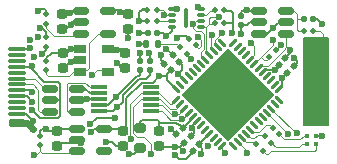
<source format=gbr>
%TF.GenerationSoftware,KiCad,Pcbnew,(6.0.4)*%
%TF.CreationDate,2022-11-14T12:59:58+01:00*%
%TF.ProjectId,tk1,746b312e-6b69-4636-9164-5f7063625858,rev?*%
%TF.SameCoordinates,Original*%
%TF.FileFunction,Copper,L1,Top*%
%TF.FilePolarity,Positive*%
%FSLAX46Y46*%
G04 Gerber Fmt 4.6, Leading zero omitted, Abs format (unit mm)*
G04 Created by KiCad (PCBNEW (6.0.4)) date 2022-11-14 12:59:58*
%MOMM*%
%LPD*%
G01*
G04 APERTURE LIST*
G04 Aperture macros list*
%AMRoundRect*
0 Rectangle with rounded corners*
0 $1 Rounding radius*
0 $2 $3 $4 $5 $6 $7 $8 $9 X,Y pos of 4 corners*
0 Add a 4 corners polygon primitive as box body*
4,1,4,$2,$3,$4,$5,$6,$7,$8,$9,$2,$3,0*
0 Add four circle primitives for the rounded corners*
1,1,$1+$1,$2,$3*
1,1,$1+$1,$4,$5*
1,1,$1+$1,$6,$7*
1,1,$1+$1,$8,$9*
0 Add four rect primitives between the rounded corners*
20,1,$1+$1,$2,$3,$4,$5,0*
20,1,$1+$1,$4,$5,$6,$7,0*
20,1,$1+$1,$6,$7,$8,$9,0*
20,1,$1+$1,$8,$9,$2,$3,0*%
%AMRotRect*
0 Rectangle, with rotation*
0 The origin of the aperture is its center*
0 $1 length*
0 $2 width*
0 $3 Rotation angle, in degrees counterclockwise*
0 Add horizontal line*
21,1,$1,$2,0,0,$3*%
G04 Aperture macros list end*
%TA.AperFunction,SMDPad,CuDef*%
%ADD10RoundRect,0.129500X0.129500X-0.150500X0.129500X0.150500X-0.129500X0.150500X-0.129500X-0.150500X0*%
%TD*%
%TA.AperFunction,SMDPad,CuDef*%
%ADD11RoundRect,0.129500X-0.014849X-0.197990X0.197990X0.014849X0.014849X0.197990X-0.197990X-0.014849X0*%
%TD*%
%TA.AperFunction,SMDPad,CuDef*%
%ADD12RoundRect,0.129500X0.014849X0.197990X-0.197990X-0.014849X-0.014849X-0.197990X0.197990X0.014849X0*%
%TD*%
%TA.AperFunction,SMDPad,CuDef*%
%ADD13RoundRect,0.129500X0.197990X-0.014849X-0.014849X0.197990X-0.197990X0.014849X0.014849X-0.197990X0*%
%TD*%
%TA.AperFunction,SMDPad,CuDef*%
%ADD14RoundRect,0.147500X0.147500X0.172500X-0.147500X0.172500X-0.147500X-0.172500X0.147500X-0.172500X0*%
%TD*%
%TA.AperFunction,SMDPad,CuDef*%
%ADD15R,0.450000X0.450000*%
%TD*%
%TA.AperFunction,SMDPad,CuDef*%
%ADD16RoundRect,0.112500X-0.112500X0.112500X-0.112500X-0.112500X0.112500X-0.112500X0.112500X0.112500X0*%
%TD*%
%TA.AperFunction,SMDPad,CuDef*%
%ADD17RoundRect,0.112500X-0.159099X0.000000X0.000000X-0.159099X0.159099X0.000000X0.000000X0.159099X0*%
%TD*%
%TA.AperFunction,SMDPad,CuDef*%
%ADD18RoundRect,0.112500X0.000000X0.159099X-0.159099X0.000000X0.000000X-0.159099X0.159099X0.000000X0*%
%TD*%
%TA.AperFunction,SMDPad,CuDef*%
%ADD19RoundRect,0.150000X0.512500X0.150000X-0.512500X0.150000X-0.512500X-0.150000X0.512500X-0.150000X0*%
%TD*%
%TA.AperFunction,SMDPad,CuDef*%
%ADD20RoundRect,0.062500X0.220971X0.309359X-0.309359X-0.220971X-0.220971X-0.309359X0.309359X0.220971X0*%
%TD*%
%TA.AperFunction,SMDPad,CuDef*%
%ADD21RoundRect,0.062500X-0.220971X0.309359X-0.309359X0.220971X0.220971X-0.309359X0.309359X-0.220971X0*%
%TD*%
%TA.AperFunction,SMDPad,CuDef*%
%ADD22RotRect,5.600000X5.600000X225.000000*%
%TD*%
%TA.AperFunction,SMDPad,CuDef*%
%ADD23RoundRect,0.200000X-0.225000X0.200000X-0.225000X-0.200000X0.225000X-0.200000X0.225000X0.200000X0*%
%TD*%
%TA.AperFunction,SMDPad,CuDef*%
%ADD24RoundRect,0.200000X-0.275000X0.200000X-0.275000X-0.200000X0.275000X-0.200000X0.275000X0.200000X0*%
%TD*%
%TA.AperFunction,SMDPad,CuDef*%
%ADD25RoundRect,0.112500X0.112500X-0.112500X0.112500X0.112500X-0.112500X0.112500X-0.112500X-0.112500X0*%
%TD*%
%TA.AperFunction,SMDPad,CuDef*%
%ADD26RoundRect,0.150000X-0.512500X-0.150000X0.512500X-0.150000X0.512500X0.150000X-0.512500X0.150000X0*%
%TD*%
%TA.AperFunction,SMDPad,CuDef*%
%ADD27R,1.000000X0.700000*%
%TD*%
%TA.AperFunction,SMDPad,CuDef*%
%ADD28RoundRect,0.112500X0.112500X0.112500X-0.112500X0.112500X-0.112500X-0.112500X0.112500X-0.112500X0*%
%TD*%
%TA.AperFunction,SMDPad,CuDef*%
%ADD29RoundRect,0.129500X0.150500X0.129500X-0.150500X0.129500X-0.150500X-0.129500X0.150500X-0.129500X0*%
%TD*%
%TA.AperFunction,SMDPad,CuDef*%
%ADD30R,1.400000X0.300000*%
%TD*%
%TA.AperFunction,SMDPad,CuDef*%
%ADD31RoundRect,0.112500X-0.112500X-0.112500X0.112500X-0.112500X0.112500X0.112500X-0.112500X0.112500X0*%
%TD*%
%TA.AperFunction,SMDPad,CuDef*%
%ADD32RoundRect,0.075000X0.225000X0.075000X-0.225000X0.075000X-0.225000X-0.075000X0.225000X-0.075000X0*%
%TD*%
%TA.AperFunction,SMDPad,CuDef*%
%ADD33RoundRect,0.075000X-0.075000X-0.775000X0.075000X-0.775000X0.075000X0.775000X-0.075000X0.775000X0*%
%TD*%
%TA.AperFunction,SMDPad,CuDef*%
%ADD34RoundRect,0.129500X-0.150500X-0.129500X0.150500X-0.129500X0.150500X0.129500X-0.150500X0.129500X0*%
%TD*%
%TA.AperFunction,SMDPad,CuDef*%
%ADD35RoundRect,0.250000X0.650000X-0.325000X0.650000X0.325000X-0.650000X0.325000X-0.650000X-0.325000X0*%
%TD*%
%TA.AperFunction,SMDPad,CuDef*%
%ADD36RoundRect,0.075000X0.675000X0.075000X-0.675000X0.075000X-0.675000X-0.075000X0.675000X-0.075000X0*%
%TD*%
%TA.AperFunction,SMDPad,CuDef*%
%ADD37RoundRect,0.175000X0.525000X0.175000X-0.525000X0.175000X-0.525000X-0.175000X0.525000X-0.175000X0*%
%TD*%
%TA.AperFunction,ViaPad*%
%ADD38C,0.600000*%
%TD*%
%TA.AperFunction,Conductor*%
%ADD39C,0.200000*%
%TD*%
%TA.AperFunction,Conductor*%
%ADD40C,0.600000*%
%TD*%
%TA.AperFunction,Conductor*%
%ADD41C,0.125000*%
%TD*%
G04 APERTURE END LIST*
D10*
%TO.P,C7,1*%
%TO.N,+3V3*%
X111450000Y-93040000D03*
%TO.P,C7,2*%
%TO.N,GND*%
X111450000Y-92260000D03*
%TD*%
%TO.P,C13,1*%
%TO.N,+3V3*%
X112350000Y-93040000D03*
%TO.P,C13,2*%
%TO.N,GND*%
X112350000Y-92260000D03*
%TD*%
D11*
%TO.P,C16,1*%
%TO.N,+1V2*%
X123224228Y-92575772D03*
%TO.P,C16,2*%
%TO.N,GND*%
X123775772Y-92024228D03*
%TD*%
D12*
%TO.P,C17,1*%
%TO.N,/Application FPGA/APP_+1.2_PLL*%
X115075772Y-97924228D03*
%TO.P,C17,2*%
%TO.N,GND*%
X114524228Y-98475772D03*
%TD*%
D13*
%TO.P,C18,1*%
%TO.N,+2V5*%
X114075772Y-93025772D03*
%TO.P,C18,2*%
%TO.N,GND*%
X113524228Y-92474228D03*
%TD*%
D11*
%TO.P,C19,1*%
%TO.N,+3V3*%
X123924228Y-93275772D03*
%TO.P,C19,2*%
%TO.N,GND*%
X124475772Y-92724228D03*
%TD*%
D12*
%TO.P,C20,1*%
%TO.N,+1V2*%
X115775772Y-98624228D03*
%TO.P,C20,2*%
%TO.N,GND*%
X115224228Y-99175772D03*
%TD*%
%TO.P,C21,1*%
%TO.N,+3V3*%
X116475772Y-99324228D03*
%TO.P,C21,2*%
%TO.N,GND*%
X115924228Y-99875772D03*
%TD*%
D14*
%TO.P,D1,1,K*%
%TO.N,Net-(D1-Pad1)*%
X112985000Y-90850000D03*
%TO.P,D1,2,A*%
%TO.N,+2V5*%
X112015000Y-90850000D03*
%TD*%
D15*
%TO.P,D3,1,A*%
%TO.N,+3V3*%
X126380000Y-98570000D03*
%TO.P,D3,2,RK*%
%TO.N,Net-(D3-Pad2)*%
X126380000Y-99330000D03*
%TO.P,D3,3,GK*%
%TO.N,Net-(D3-Pad3)*%
X125620000Y-99330000D03*
%TO.P,D3,4,BK*%
%TO.N,Net-(D3-Pad4)*%
X125620000Y-98570000D03*
%TD*%
D16*
%TO.P,R1,1*%
%TO.N,+5V*%
X103550000Y-88300000D03*
%TO.P,R1,2*%
%TO.N,Net-(R1-Pad2)*%
X103550000Y-89100000D03*
%TD*%
%TO.P,R2,1*%
%TO.N,+5V*%
X103550000Y-92250000D03*
%TO.P,R2,2*%
%TO.N,VCC_OK*%
X103550000Y-93050000D03*
%TD*%
D17*
%TO.P,R16,1*%
%TO.N,APP_LED_RED*%
X121317157Y-99317157D03*
%TO.P,R16,2*%
%TO.N,Net-(D3-Pad2)*%
X121882843Y-99882843D03*
%TD*%
%TO.P,R17,1*%
%TO.N,APP_LED_GREEN*%
X122017157Y-98617157D03*
%TO.P,R17,2*%
%TO.N,Net-(D3-Pad3)*%
X122582843Y-99182843D03*
%TD*%
%TO.P,R18,1*%
%TO.N,APP_LED_BLUE*%
X122717157Y-97917157D03*
%TO.P,R18,2*%
%TO.N,Net-(D3-Pad4)*%
X123282843Y-98482843D03*
%TD*%
D18*
%TO.P,R19,1*%
%TO.N,+3V3*%
X122982843Y-91367157D03*
%TO.P,R19,2*%
%TO.N,APP_CDONE*%
X122417157Y-91932843D03*
%TD*%
D19*
%TO.P,U5,1,I/O1*%
%TO.N,INT_USB_D+*%
X106137500Y-96550000D03*
%TO.P,U5,2,GND*%
%TO.N,GND*%
X106137500Y-95600000D03*
%TO.P,U5,3,I/O2*%
%TO.N,INT_USB_D-*%
X106137500Y-94650000D03*
%TO.P,U5,4,I/O2*%
%TO.N,/USB to Serial converter/INT_USB_IN_D-*%
X103862500Y-94650000D03*
%TO.P,U5,5,VBUS*%
%TO.N,+5V*%
X103862500Y-95600000D03*
%TO.P,U5,6,I/O1*%
%TO.N,/USB to Serial converter/INT_USB_IN_D+*%
X103862500Y-96550000D03*
%TD*%
D20*
%TO.P,U6,1,VCCIO_2*%
%TO.N,+3V3*%
X123275223Y-94613864D03*
%TO.P,U6,2,IOB_6a*%
%TO.N,unconnected-(U6-Pad2)*%
X122921670Y-94260311D03*
%TO.P,U6,3,IOB_9b*%
%TO.N,unconnected-(U6-Pad3)*%
X122568116Y-93906757D03*
%TO.P,U6,4,IOB_8a*%
%TO.N,unconnected-(U6-Pad4)*%
X122214563Y-93553204D03*
%TO.P,U6,5,VCC*%
%TO.N,+1V2*%
X121861010Y-93199651D03*
%TO.P,U6,6,IOB_13b*%
%TO.N,TOUCH_EVENT*%
X121507456Y-92846097D03*
%TO.P,U6,7,CDONE*%
%TO.N,APP_CDONE*%
X121153903Y-92492544D03*
%TO.P,U6,8,~{CRESET}*%
%TO.N,APP_CRESET*%
X120800349Y-92138990D03*
%TO.P,U6,9,IOB_16a*%
%TO.N,unconnected-(U6-Pad9)*%
X120446796Y-91785437D03*
%TO.P,U6,10,IOB_18a*%
%TO.N,unconnected-(U6-Pad10)*%
X120093243Y-91431884D03*
%TO.P,U6,11,IOB_20a*%
%TO.N,unconnected-(U6-Pad11)*%
X119739689Y-91078330D03*
%TO.P,U6,12,IOB_22b*%
%TO.N,unconnected-(U6-Pad12)*%
X119386136Y-90724777D03*
D21*
%TO.P,U6,13,IOB_24a*%
%TO.N,unconnected-(U6-Pad13)*%
X118413864Y-90724777D03*
%TO.P,U6,14,IOB_32a_SPI_SO*%
%TO.N,APP_ICE_MISO*%
X118060311Y-91078330D03*
%TO.P,U6,15,IOB_34a_SPI_SCK*%
%TO.N,APP_ICE_SCK*%
X117706757Y-91431884D03*
%TO.P,U6,16,IOB_35b_SPI_SS*%
%TO.N,APP_ICE_SS*%
X117353204Y-91785437D03*
%TO.P,U6,17,IOB_33b_SPI_SI*%
%TO.N,APP_ICE_MOSI*%
X116999651Y-92138990D03*
%TO.P,U6,18,IOB_31b*%
%TO.N,unconnected-(U6-Pad18)*%
X116646097Y-92492544D03*
%TO.P,U6,19,IOB_29b*%
%TO.N,unconnected-(U6-Pad19)*%
X116292544Y-92846097D03*
%TO.P,U6,20,IOB_25b_G3*%
%TO.N,unconnected-(U6-Pad20)*%
X115938990Y-93199651D03*
%TO.P,U6,21,IOB_23b*%
%TO.N,unconnected-(U6-Pad21)*%
X115585437Y-93553204D03*
%TO.P,U6,22,SPI_VCCIO1*%
%TO.N,+3V3*%
X115231884Y-93906757D03*
%TO.P,U6,23,IOT_37a*%
%TO.N,unconnected-(U6-Pad23)*%
X114878330Y-94260311D03*
%TO.P,U6,24,VPP_2V5*%
%TO.N,+2V5*%
X114524777Y-94613864D03*
D20*
%TO.P,U6,25,IOT_36b*%
%TO.N,INTERFACE_TX*%
X114524777Y-95586136D03*
%TO.P,U6,26,IOT_39a*%
%TO.N,INTERFACE_RX*%
X114878330Y-95939689D03*
%TO.P,U6,27,IOT_38b*%
%TO.N,INTERFACE_CTS*%
X115231884Y-96293243D03*
%TO.P,U6,28,IOT_41a*%
%TO.N,INTERFACE_RTS*%
X115585437Y-96646796D03*
%TO.P,U6,29,VCCPLL*%
%TO.N,/Application FPGA/APP_+1.2_PLL*%
X115938990Y-97000349D03*
%TO.P,U6,30,VCC*%
%TO.N,+1V2*%
X116292544Y-97353903D03*
%TO.P,U6,31,IOT_42b*%
%TO.N,unconnected-(U6-Pad31)*%
X116646097Y-97707456D03*
%TO.P,U6,32,IOT_43a*%
%TO.N,unconnected-(U6-Pad32)*%
X116999651Y-98061010D03*
%TO.P,U6,33,VCCIO_0*%
%TO.N,+3V3*%
X117353204Y-98414563D03*
%TO.P,U6,34,IOT_44b*%
%TO.N,unconnected-(U6-Pad34)*%
X117706757Y-98768116D03*
%TO.P,U6,35,IOT_46b_G0*%
%TO.N,unconnected-(U6-Pad35)*%
X118060311Y-99121670D03*
%TO.P,U6,36,IOT_48b*%
%TO.N,APP_GPIO1*%
X118413864Y-99475223D03*
D21*
%TO.P,U6,37,IOT_45a_G1*%
%TO.N,unconnected-(U6-Pad37)*%
X119386136Y-99475223D03*
%TO.P,U6,38,IOT_50b*%
%TO.N,APP_GPIO2*%
X119739689Y-99121670D03*
%TO.P,U6,39,RGB0*%
%TO.N,APP_LED_RED*%
X120093243Y-98768116D03*
%TO.P,U6,40,RGB1*%
%TO.N,APP_LED_GREEN*%
X120446796Y-98414563D03*
%TO.P,U6,41,RGB2*%
%TO.N,APP_LED_BLUE*%
X120800349Y-98061010D03*
%TO.P,U6,42,IOT_51a*%
%TO.N,unconnected-(U6-Pad42)*%
X121153903Y-97707456D03*
%TO.P,U6,43,IOT_49a*%
%TO.N,unconnected-(U6-Pad43)*%
X121507456Y-97353903D03*
%TO.P,U6,44,IOB_3b_G6*%
%TO.N,unconnected-(U6-Pad44)*%
X121861010Y-97000349D03*
%TO.P,U6,45,IOB_5b*%
%TO.N,APP_GPIO3*%
X122214563Y-96646796D03*
%TO.P,U6,46,IOB_0a*%
%TO.N,APP_GPIO4*%
X122568116Y-96293243D03*
%TO.P,U6,47,IOB_2a*%
%TO.N,unconnected-(U6-Pad47)*%
X122921670Y-95939689D03*
%TO.P,U6,48,IOB_4a*%
%TO.N,unconnected-(U6-Pad48)*%
X123275223Y-95586136D03*
D22*
%TO.P,U6,49,GND*%
%TO.N,GND*%
X118900000Y-95100000D03*
%TD*%
D23*
%TO.P,C6,1*%
%TO.N,+5V*%
X104943750Y-91550000D03*
%TO.P,C6,2*%
%TO.N,GND*%
X104943750Y-92850000D03*
%TD*%
%TO.P,C25,1*%
%TO.N,/Application FPGA/APP_+1.2_PLL*%
X113050000Y-98150000D03*
%TO.P,C25,2*%
%TO.N,GND*%
X113050000Y-99450000D03*
%TD*%
D24*
%TO.P,FB3,1*%
%TO.N,/Application FPGA/APP_+1.2_PLL*%
X111500000Y-97975000D03*
%TO.P,FB3,2*%
%TO.N,+1V2*%
X111500000Y-99625000D03*
%TD*%
D16*
%TO.P,R22,1*%
%TO.N,+5V*%
X103000000Y-98600000D03*
%TO.P,R22,2*%
%TO.N,SPI_VCC_OK*%
X103000000Y-99400000D03*
%TD*%
D25*
%TO.P,R29,1*%
%TO.N,Net-(P1-PadA5)*%
X103550000Y-91050000D03*
%TO.P,R29,2*%
%TO.N,GND*%
X103550000Y-90250000D03*
%TD*%
D17*
%TO.P,R20,1*%
%TO.N,+3V3*%
X115617157Y-90367157D03*
%TO.P,R20,2*%
%TO.N,APP_CRESET*%
X116182843Y-90932843D03*
%TD*%
D23*
%TO.P,C1,1*%
%TO.N,+5V*%
X104843750Y-88250000D03*
%TO.P,C1,2*%
%TO.N,GND*%
X104843750Y-89550000D03*
%TD*%
%TO.P,C5,1*%
%TO.N,+1V2*%
X110450000Y-88250000D03*
%TO.P,C5,2*%
%TO.N,GND*%
X110450000Y-89550000D03*
%TD*%
D26*
%TO.P,U2,1,Vin*%
%TO.N,+5V*%
X106506250Y-88050000D03*
%TO.P,U2,2,GND*%
%TO.N,GND*%
X106506250Y-89000000D03*
%TO.P,U2,3,EN*%
%TO.N,Net-(R1-Pad2)*%
X106506250Y-89950000D03*
%TO.P,U2,4,PG*%
%TO.N,VCC_OK*%
X108781250Y-89950000D03*
%TO.P,U2,5,Vout*%
%TO.N,+1V2*%
X108781250Y-88050000D03*
%TD*%
D23*
%TO.P,C4,1*%
%TO.N,+2V5*%
X110000000Y-98150000D03*
%TO.P,C4,2*%
%TO.N,GND*%
X110000000Y-99450000D03*
%TD*%
%TO.P,C2,1*%
%TO.N,+5V*%
X104450000Y-98150000D03*
%TO.P,C2,2*%
%TO.N,GND*%
X104450000Y-99450000D03*
%TD*%
D26*
%TO.P,U1,1,Vin*%
%TO.N,+5V*%
X106112500Y-98000000D03*
%TO.P,U1,2,GND*%
%TO.N,GND*%
X106112500Y-98950000D03*
%TO.P,U1,3,/SHDN*%
%TO.N,SPI_VCC_OK*%
X106112500Y-99900000D03*
%TO.P,U1,4,PWRGD*%
%TO.N,unconnected-(U1-Pad4)*%
X108387500Y-99900000D03*
%TO.P,U1,5,Vout*%
%TO.N,+2V5*%
X108387500Y-98000000D03*
%TD*%
D23*
%TO.P,C3,1*%
%TO.N,+3V3*%
X110243750Y-91550000D03*
%TO.P,C3,2*%
%TO.N,GND*%
X110243750Y-92850000D03*
%TD*%
D17*
%TO.P,R3,1*%
%TO.N,Net-(D1-Pad1)*%
X114867157Y-91067157D03*
%TO.P,R3,2*%
%TO.N,GND*%
X115432843Y-91632843D03*
%TD*%
D13*
%TO.P,C22,1*%
%TO.N,+3V3*%
X114775772Y-92325772D03*
%TO.P,C22,2*%
%TO.N,GND*%
X114224228Y-91774228D03*
%TD*%
D27*
%TO.P,U9,1,IN*%
%TO.N,+5V*%
X106393750Y-91250000D03*
%TO.P,U9,2,GND*%
%TO.N,GND*%
X106393750Y-92200000D03*
%TO.P,U9,3,EN*%
%TO.N,VCC_OK*%
X106393750Y-93150000D03*
%TO.P,U9,4,PG*%
%TO.N,SPI_VCC_OK*%
X108793750Y-93150000D03*
%TO.P,U9,5,OUT*%
%TO.N,+3V3*%
X108793750Y-91250000D03*
%TD*%
D28*
%TO.P,R25,1*%
%TO.N,+3V3*%
X118600000Y-87950000D03*
%TO.P,R25,2*%
%TO.N,/Application FPGA/APP_FLASH_WP*%
X117800000Y-87950000D03*
%TD*%
D29*
%TO.P,C23,1*%
%TO.N,+3V3*%
X112890000Y-89850000D03*
%TO.P,C23,2*%
%TO.N,GND*%
X112110000Y-89850000D03*
%TD*%
D30*
%TO.P,U3,1,RTS(P1.4)*%
%TO.N,INTERFACE_RTS*%
X112400000Y-96500000D03*
%TO.P,U3,2,CTS(P1.5)*%
%TO.N,INTERFACE_CTS*%
X112400000Y-96000000D03*
%TO.P,U3,3,RX(PP1.6)*%
%TO.N,INTERFACE_RX*%
X112400000Y-95500000D03*
%TO.P,U3,4,TX(P1.7)*%
%TO.N,INTERFACE_TX*%
X112400000Y-95000000D03*
%TO.P,U3,5,RST*%
%TO.N,unconnected-(U3-Pad5)*%
X112400000Y-94500000D03*
%TO.P,U3,6,UDP(P3.6)*%
%TO.N,INT_USB_D+*%
X108000000Y-94500000D03*
%TO.P,U3,7,UDM(P3.7)*%
%TO.N,INT_USB_D-*%
X108000000Y-95000000D03*
%TO.P,U3,8,GND*%
%TO.N,GND*%
X108000000Y-95500000D03*
%TO.P,U3,9,VCC*%
%TO.N,+3V3*%
X108000000Y-96000000D03*
%TO.P,U3,10,V33*%
X108000000Y-96500000D03*
%TD*%
D10*
%TO.P,C26,1*%
%TO.N,+3V3*%
X120050000Y-89240000D03*
%TO.P,C26,2*%
%TO.N,GND*%
X120050000Y-88460000D03*
%TD*%
D28*
%TO.P,R23,1*%
%TO.N,+3V3*%
X118600000Y-89050000D03*
%TO.P,R23,2*%
%TO.N,APP_ICE_SS*%
X117800000Y-89050000D03*
%TD*%
D31*
%TO.P,R26,1*%
%TO.N,+3V3*%
X112100000Y-88900000D03*
%TO.P,R26,2*%
%TO.N,/Application FPGA/APP_FLASH_HOLD*%
X112900000Y-88900000D03*
%TD*%
D19*
%TO.P,U10,1,QC*%
%TO.N,TOUCH_EVENT*%
X123837500Y-89950000D03*
%TO.P,U10,2,VSS*%
%TO.N,GND*%
X123837500Y-89000000D03*
%TO.P,U10,3,TCH*%
%TO.N,Net-(C27-Pad1)*%
X123837500Y-88050000D03*
%TO.P,U10,4,AHLB*%
%TO.N,GND*%
X121562500Y-88050000D03*
%TO.P,U10,5,VDD*%
%TO.N,+3V3*%
X121562500Y-89000000D03*
%TO.P,U10,6,TOG*%
%TO.N,GND*%
X121562500Y-89950000D03*
%TD*%
D32*
%TO.P,U8,1,~{CS}*%
%TO.N,APP_ICE_SS*%
X116650000Y-89350000D03*
%TO.P,U8,2,DO(IO1)*%
%TO.N,APP_ICE_MOSI*%
X116650000Y-88850000D03*
%TO.P,U8,3,IO2*%
%TO.N,/Application FPGA/APP_FLASH_WP*%
X116650000Y-88350000D03*
%TO.P,U8,4,GND*%
%TO.N,GND*%
X116650000Y-87850000D03*
%TO.P,U8,5,DI(IO0)*%
%TO.N,APP_ICE_MISO*%
X114150000Y-87850000D03*
%TO.P,U8,6,CLK*%
%TO.N,APP_ICE_SCK*%
X114150000Y-88350000D03*
%TO.P,U8,7,IO3*%
%TO.N,/Application FPGA/APP_FLASH_HOLD*%
X114150000Y-88850000D03*
%TO.P,U8,8,VCC*%
%TO.N,+3V3*%
X114150000Y-89350000D03*
D33*
%TO.P,U8,9,EXP*%
%TO.N,unconnected-(U8-Pad9)*%
X115400000Y-88600000D03*
%TD*%
D31*
%TO.P,R30,1*%
%TO.N,Net-(C27-Pad1)*%
X125350000Y-89700000D03*
%TO.P,R30,2*%
%TO.N,/Application FPGA/TOUCH_PAD*%
X126150000Y-89700000D03*
%TD*%
D34*
%TO.P,C27,1*%
%TO.N,Net-(C27-Pad1)*%
X125360000Y-88700000D03*
%TO.P,C27,2*%
%TO.N,GND*%
X126140000Y-88700000D03*
%TD*%
D35*
%TO.P,C8,1*%
%TO.N,/Application FPGA/TOUCH_PAD*%
X126200000Y-95475000D03*
%TO.P,C8,2*%
X126200000Y-92525000D03*
%TD*%
D36*
%TO.P,P1,A1,GND*%
%TO.N,GND*%
X101050000Y-96750000D03*
%TO.P,P1,A2,TX1+*%
%TO.N,unconnected-(P1-PadA2)*%
X101050000Y-96250000D03*
%TO.P,P1,A3,TX1-*%
%TO.N,unconnected-(P1-PadA3)*%
X101050000Y-95750000D03*
%TO.P,P1,A4,VBUS*%
%TO.N,+5V*%
X101050000Y-95250000D03*
%TO.P,P1,A5,CC*%
%TO.N,Net-(P1-PadA5)*%
X101050000Y-94750000D03*
%TO.P,P1,A6,D+*%
%TO.N,/USB to Serial converter/INT_USB_IN_D+*%
X101050000Y-94250000D03*
%TO.P,P1,A7,D-*%
%TO.N,/USB to Serial converter/INT_USB_IN_D-*%
X101050000Y-93750000D03*
%TO.P,P1,A8,SBU1*%
%TO.N,unconnected-(P1-PadA8)*%
X101050000Y-93250000D03*
%TO.P,P1,A9,VBUS*%
%TO.N,+5V*%
X101050000Y-92750000D03*
%TO.P,P1,A10,RX2-*%
%TO.N,unconnected-(P1-PadA10)*%
X101050000Y-92250000D03*
%TO.P,P1,A11,RX2+*%
%TO.N,unconnected-(P1-PadA11)*%
X101050000Y-91750000D03*
%TO.P,P1,A12,GND*%
%TO.N,GND*%
X101050000Y-91250000D03*
D37*
%TO.P,P1,S1,SHIELD*%
X101100000Y-97500000D03*
%TD*%
D31*
%TO.P,R24,1*%
%TO.N,+3V3*%
X112100000Y-87950000D03*
%TO.P,R24,2*%
%TO.N,APP_ICE_SCK*%
X112900000Y-87950000D03*
%TD*%
D38*
%TO.N,GND*%
X113700000Y-91262489D03*
X126850000Y-89100000D03*
X109499292Y-92457430D03*
X105643750Y-92350000D03*
X114400000Y-100200000D03*
X102200000Y-90500000D03*
X107017510Y-95517510D03*
X112200000Y-91600000D03*
X117900000Y-96100000D03*
X116900000Y-95100000D03*
X114080000Y-98030000D03*
X110450000Y-90350000D03*
X116345293Y-87690236D03*
X119850000Y-94100000D03*
X118900000Y-93100000D03*
X102800000Y-90200000D03*
X102987526Y-89456771D03*
X124200000Y-91350000D03*
X102200000Y-91150000D03*
X111450000Y-91600000D03*
X113250000Y-91750000D03*
X114400000Y-99524500D03*
X117900000Y-94100000D03*
X105593750Y-89200000D03*
X118900000Y-95100000D03*
X122700000Y-89500000D03*
X108600500Y-99100000D03*
X106500000Y-99200000D03*
X120500000Y-87950000D03*
X119850000Y-96100000D03*
X102400000Y-98000000D03*
X102400000Y-97350000D03*
X124500000Y-92000000D03*
X120900000Y-95100000D03*
X111400000Y-89850000D03*
X115800000Y-92050000D03*
X118850000Y-97100000D03*
%TO.N,+5V*%
X105543750Y-88200000D03*
X105593750Y-91250000D03*
X102500000Y-91950000D03*
X103500000Y-98000000D03*
X102300000Y-92650000D03*
X102350000Y-95700000D03*
X102800000Y-88050000D03*
X102350000Y-96450000D03*
%TO.N,+3V3*%
X114700000Y-93400000D03*
X123371981Y-90871981D03*
X111400000Y-88850000D03*
X119300000Y-89900000D03*
X107256692Y-97601839D03*
X123522528Y-93677472D03*
X116610383Y-100162874D03*
X109550000Y-96150000D03*
X114599988Y-90338489D03*
X109543750Y-91350000D03*
X109350000Y-97050000D03*
X109400000Y-95350000D03*
X120050000Y-90000000D03*
X126850000Y-98600000D03*
X113700000Y-90150000D03*
%TO.N,+2V5*%
X111400000Y-90800000D03*
X113100000Y-93550000D03*
X107300000Y-98300000D03*
%TO.N,+1V2*%
X122900238Y-93064220D03*
X115875683Y-97957964D03*
X110518912Y-100172510D03*
X109750000Y-88100000D03*
%TO.N,APP_CDONE*%
X122750000Y-90450000D03*
%TO.N,APP_CRESET*%
X116400000Y-90250000D03*
X120896377Y-90771778D03*
%TO.N,APP_ICE_SCK*%
X113500000Y-88388000D03*
X117562000Y-90050000D03*
%TO.N,SPI_VCC_OK*%
X107400000Y-93450000D03*
X102463948Y-100180819D03*
%TO.N,INTERFACE_TX*%
X110707631Y-98894377D03*
%TO.N,Net-(P1-PadA5)*%
X102346800Y-94903200D03*
X103206258Y-91637342D03*
%TO.N,APP_ICE_SS*%
X118183368Y-88496982D03*
%TO.N,APP_ICE_MOSI*%
X115986240Y-89094334D03*
%TO.N,APP_ICE_MISO*%
X118400000Y-89900000D03*
X114606642Y-87860883D03*
%TO.N,INTERFACE_RX*%
X112400000Y-100100000D03*
%TO.N,INTERFACE_RTS*%
X115001531Y-97152723D03*
X115142397Y-99910606D03*
%TO.N,INTERFACE_CTS*%
X117188553Y-99431165D03*
X114400000Y-96762000D03*
%TO.N,APP_GPIO1*%
X118700000Y-100050000D03*
%TO.N,APP_GPIO2*%
X120500000Y-100050000D03*
%TO.N,APP_GPIO3*%
X124000000Y-98400500D03*
%TO.N,APP_GPIO4*%
X124796800Y-98396800D03*
%TD*%
D39*
%TO.N,GND*%
X114400000Y-99524500D02*
X113124500Y-99524500D01*
X106137500Y-95600000D02*
X106935020Y-95600000D01*
X124750000Y-92250000D02*
X124750000Y-92450000D01*
D40*
X101900000Y-97500000D02*
X102400000Y-98000000D01*
D39*
X109891862Y-92850000D02*
X110243750Y-92850000D01*
X123150000Y-89050000D02*
X122700000Y-89500000D01*
X113524228Y-92474228D02*
X113250000Y-92200000D01*
X115174228Y-99175772D02*
X115224228Y-99175772D01*
X121562500Y-88050000D02*
X120600000Y-88050000D01*
X112350000Y-92260000D02*
X112350000Y-91750000D01*
X102400000Y-97350000D02*
X102400000Y-98000000D01*
X104950000Y-92750000D02*
X105150000Y-92750000D01*
X105150000Y-92750000D02*
X105650000Y-92250000D01*
X124750000Y-92450000D02*
X124475772Y-92724228D01*
X124500000Y-92000000D02*
X124750000Y-92250000D01*
X106312500Y-99200000D02*
X106112500Y-99000000D01*
X115432843Y-91632843D02*
X115432843Y-91682843D01*
X103550000Y-89820552D02*
X103287980Y-89558532D01*
X123837500Y-89050000D02*
X123150000Y-89050000D01*
X114400000Y-99524500D02*
X114825500Y-99524500D01*
X105700000Y-89000000D02*
X105250000Y-89450000D01*
X114825500Y-99524500D02*
X115174228Y-99175772D01*
X126450000Y-88700000D02*
X126850000Y-89100000D01*
X106506250Y-89000000D02*
X105793750Y-89000000D01*
X106500000Y-99200000D02*
X104700000Y-99200000D01*
D40*
X101100000Y-97500000D02*
X101900000Y-97500000D01*
D39*
X108000000Y-95450000D02*
X107085020Y-95450000D01*
X110450000Y-89550000D02*
X110450000Y-90350000D01*
X107085020Y-95450000D02*
X107017510Y-95517510D01*
X101800000Y-96750000D02*
X102400000Y-97350000D01*
X113712489Y-91262489D02*
X114224228Y-91774228D01*
X113700000Y-91262489D02*
X113712489Y-91262489D01*
X103287980Y-89537980D02*
X103206771Y-89456771D01*
X109450000Y-99450000D02*
X110000000Y-99450000D01*
X103287980Y-89558532D02*
X103287980Y-89537980D01*
X116345293Y-87690236D02*
X116490236Y-87690236D01*
X114400000Y-100200000D02*
X114749511Y-100549511D01*
X124200000Y-91600000D02*
X123775772Y-92024228D01*
X105250000Y-89450000D02*
X104850000Y-89450000D01*
X106935020Y-95600000D02*
X107017510Y-95517510D01*
X113250000Y-92200000D02*
X113250000Y-91750000D01*
X120050000Y-88460000D02*
X120050000Y-88500000D01*
X115432843Y-91682843D02*
X115800000Y-92050000D01*
X105800000Y-92100000D02*
X105650000Y-92250000D01*
X106506250Y-89000000D02*
X105700000Y-89000000D01*
X101050000Y-96750000D02*
X101800000Y-96750000D01*
X102100000Y-91250000D02*
X102200000Y-91150000D01*
X101050000Y-91250000D02*
X102100000Y-91250000D01*
X120600000Y-88050000D02*
X120500000Y-87950000D01*
X120250000Y-87950000D02*
X120500000Y-87950000D01*
X104700000Y-99200000D02*
X104450000Y-99450000D01*
X114080000Y-98030000D02*
X114524228Y-98474228D01*
X114524228Y-98474228D02*
X114524228Y-98475772D01*
X112350000Y-91750000D02*
X112200000Y-91600000D01*
X120050000Y-88150000D02*
X120250000Y-87950000D01*
X115356905Y-100549511D02*
X115924228Y-99982188D01*
X121562500Y-90000000D02*
X122200000Y-90000000D01*
X111450000Y-92260000D02*
X111450000Y-91600000D01*
X108600500Y-99100000D02*
X109100000Y-99100000D01*
X106400000Y-92100000D02*
X105800000Y-92100000D01*
X103206771Y-89456771D02*
X102987526Y-89456771D01*
X124200000Y-91350000D02*
X124200000Y-91600000D01*
X109100000Y-99100000D02*
X109450000Y-99450000D01*
X120050000Y-88500000D02*
X120050000Y-88150000D01*
X126140000Y-88700000D02*
X126450000Y-88700000D01*
X116490236Y-87690236D02*
X116650000Y-87850000D01*
X106500000Y-99200000D02*
X106312500Y-99200000D01*
X115924228Y-99982188D02*
X115924228Y-99875772D01*
X114749511Y-100549511D02*
X115356905Y-100549511D01*
X109499292Y-92457430D02*
X109891862Y-92850000D01*
X103550000Y-90250000D02*
X103550000Y-89820552D01*
X122200000Y-90000000D02*
X122700000Y-89500000D01*
X112110000Y-89850000D02*
X111400000Y-89850000D01*
%TO.N,+5V*%
X103200000Y-98000000D02*
X103000000Y-98200000D01*
X105500000Y-88150000D02*
X104850000Y-88150000D01*
X103550000Y-88000000D02*
X103550000Y-88300000D01*
X104524546Y-94000000D02*
X104724520Y-94199974D01*
X103450000Y-87900000D02*
X103550000Y-88000000D01*
X104500000Y-97100000D02*
X103000000Y-97100000D01*
X103862500Y-95600000D02*
X104700000Y-95600000D01*
X102950000Y-87900000D02*
X103450000Y-87900000D01*
X104700000Y-95600000D02*
X104724520Y-95575480D01*
X106062500Y-98000000D02*
X104600000Y-98000000D01*
X101050000Y-92750000D02*
X102200000Y-92750000D01*
X104724520Y-94199974D02*
X104724520Y-95575480D01*
X103350000Y-94000000D02*
X104524546Y-94000000D01*
X102200000Y-92750000D02*
X102300000Y-92650000D01*
X104600000Y-98000000D02*
X104450000Y-98150000D01*
X103500000Y-98000000D02*
X103200000Y-98000000D01*
X104943750Y-91550000D02*
X105293750Y-91550000D01*
X105600000Y-91150000D02*
X106400000Y-91150000D01*
X101900000Y-95250000D02*
X101050000Y-95250000D01*
X104000000Y-91550000D02*
X104850000Y-91550000D01*
X105693750Y-88050000D02*
X106506250Y-88050000D01*
X104724520Y-96875480D02*
X104500000Y-97100000D01*
X102800000Y-88050000D02*
X102950000Y-87900000D01*
X105293750Y-91550000D02*
X105593750Y-91250000D01*
X103000000Y-98200000D02*
X103000000Y-98600000D01*
X103550000Y-92250000D02*
X103550000Y-92000000D01*
X103550000Y-92000000D02*
X104000000Y-91550000D01*
X102300000Y-92950000D02*
X103350000Y-94000000D01*
X103500000Y-98000000D02*
X103650000Y-98150000D01*
X102350000Y-95700000D02*
X101900000Y-95250000D01*
X103650000Y-98150000D02*
X104450000Y-98150000D01*
X104724520Y-95575480D02*
X104724520Y-96875480D01*
X102300000Y-92650000D02*
X102300000Y-92950000D01*
X103000000Y-97100000D02*
X102350000Y-96450000D01*
X105550000Y-88100000D02*
X105500000Y-88150000D01*
%TO.N,+3V3*%
X109400000Y-95350000D02*
X111250000Y-93500000D01*
X116720000Y-100053257D02*
X116610383Y-100162874D01*
X110000480Y-95176912D02*
X111377394Y-93800000D01*
X108000000Y-96000000D02*
X108750000Y-96000000D01*
X112100000Y-88900000D02*
X111450000Y-88900000D01*
X107808531Y-97050000D02*
X107256692Y-97601839D01*
X115400000Y-90150000D02*
X115617157Y-90367157D01*
X123522528Y-93677472D02*
X123522528Y-94366559D01*
X119365412Y-89034588D02*
X119365412Y-88215412D01*
X113700000Y-90150000D02*
X114150000Y-89700000D01*
X118600000Y-89050000D02*
X119350000Y-89050000D01*
X123522528Y-94366559D02*
X123275223Y-94613864D01*
X111724554Y-93800969D02*
X111999031Y-93800969D01*
X114599988Y-90338489D02*
X114788477Y-90150000D01*
X111600000Y-87950000D02*
X111400000Y-88150000D01*
X115050000Y-92600000D02*
X115050000Y-93050000D01*
X117353204Y-98446796D02*
X116475772Y-99324228D01*
X111400000Y-93500000D02*
X111450000Y-93450000D01*
X123924228Y-93275772D02*
X123600000Y-93600000D01*
X122982843Y-91367157D02*
X123371981Y-90978019D01*
X119365412Y-88215412D02*
X119300000Y-88150000D01*
X123371981Y-90978019D02*
X123371981Y-90871981D01*
X111450000Y-88900000D02*
X111400000Y-88850000D01*
X119365412Y-89834588D02*
X119365412Y-89034588D01*
X118600000Y-88000000D02*
X119150000Y-88000000D01*
X109350000Y-97050000D02*
X107808531Y-97050000D01*
X111250000Y-93500000D02*
X111400000Y-93500000D01*
X114788477Y-90150000D02*
X115400000Y-90150000D01*
X109450000Y-91150000D02*
X108800000Y-91150000D01*
X111723585Y-93800000D02*
X111724554Y-93800969D01*
X115231884Y-93906757D02*
X115206757Y-93906757D01*
X110000480Y-95699520D02*
X110000480Y-95176912D01*
X116475772Y-99324228D02*
X116475772Y-99415772D01*
X120050000Y-89240000D02*
X120510000Y-89240000D01*
X116720000Y-99660000D02*
X116720000Y-100053257D01*
X120750000Y-89000000D02*
X121562500Y-89000000D01*
X123522528Y-93677472D02*
X123924228Y-93275772D01*
X112100000Y-87950000D02*
X111600000Y-87950000D01*
X119300000Y-89900000D02*
X119365412Y-89834588D01*
X109550000Y-91250000D02*
X110050000Y-91250000D01*
X111700000Y-87850000D02*
X111400000Y-88150000D01*
X114775772Y-92325772D02*
X115050000Y-92600000D01*
X111999031Y-93800969D02*
X112350000Y-93450000D01*
X110050000Y-91250000D02*
X110250000Y-91450000D01*
X112100000Y-87850000D02*
X111700000Y-87850000D01*
X119150000Y-88000000D02*
X119300000Y-88150000D01*
X113700000Y-90150000D02*
X113400000Y-89850000D01*
X109200000Y-96500000D02*
X109550000Y-96150000D01*
X114150000Y-89700000D02*
X114150000Y-89350000D01*
X109550000Y-96150000D02*
X110000480Y-95699520D01*
X111400000Y-88150000D02*
X111400000Y-88850000D01*
X111450000Y-93450000D02*
X111450000Y-93040000D01*
X120050000Y-89240000D02*
X120050000Y-90000000D01*
X111377394Y-93800000D02*
X111723585Y-93800000D01*
X117353204Y-98414563D02*
X117353204Y-98446796D01*
X109550000Y-91250000D02*
X109450000Y-91150000D01*
X126820000Y-98570000D02*
X126380000Y-98570000D01*
X108750000Y-96000000D02*
X109400000Y-95350000D01*
X116475772Y-99415772D02*
X116720000Y-99660000D01*
X113400000Y-89850000D02*
X112890000Y-89850000D01*
X109250000Y-96450000D02*
X109550000Y-96150000D01*
X115050000Y-93050000D02*
X114700000Y-93400000D01*
X112350000Y-93450000D02*
X112350000Y-93040000D01*
X119350000Y-89050000D02*
X119365412Y-89034588D01*
X126850000Y-98600000D02*
X126820000Y-98570000D01*
X120510000Y-89240000D02*
X120750000Y-89000000D01*
X108000000Y-96500000D02*
X109200000Y-96500000D01*
X115206757Y-93906757D02*
X114700000Y-93400000D01*
%TO.N,+2V5*%
X110300000Y-95400978D02*
X110300000Y-97850000D01*
X109850000Y-98000000D02*
X110000000Y-98150000D01*
X110300000Y-97850000D02*
X110000000Y-98150000D01*
X113750000Y-93550000D02*
X113100000Y-93550000D01*
X107600000Y-98000000D02*
X108387500Y-98000000D01*
X111600489Y-94100489D02*
X110300000Y-95400978D01*
X107300000Y-98300000D02*
X107600000Y-98000000D01*
X108387500Y-98000000D02*
X109850000Y-98000000D01*
X111450000Y-90850000D02*
X111400000Y-90800000D01*
X113750000Y-93839087D02*
X113750000Y-93351544D01*
X112549511Y-94100489D02*
X111600489Y-94100489D01*
X113750000Y-93351544D02*
X114075772Y-93025772D01*
X112015000Y-90850000D02*
X111450000Y-90850000D01*
X114524777Y-94613864D02*
X113750000Y-93839087D01*
X113100000Y-93550000D02*
X112549511Y-94100489D01*
%TO.N,+1V2*%
X123224228Y-92575772D02*
X123224228Y-92740230D01*
X115875683Y-97770764D02*
X116292544Y-97353903D01*
X122078836Y-92981825D02*
X122817843Y-92981825D01*
X116050000Y-98350000D02*
X116050000Y-98132281D01*
X115875683Y-97957964D02*
X115875683Y-97770764D01*
X122817843Y-92981825D02*
X122900238Y-93064220D01*
X110518912Y-100172510D02*
X110952490Y-100172510D01*
X109900000Y-88250000D02*
X109750000Y-88100000D01*
X116050000Y-98132281D02*
X115875683Y-97957964D01*
X123224228Y-92740230D02*
X122900238Y-93064220D01*
X110450000Y-88250000D02*
X109900000Y-88250000D01*
X109600000Y-87950000D02*
X109750000Y-88100000D01*
X108787500Y-87950000D02*
X109600000Y-87950000D01*
X121861010Y-93199651D02*
X122078836Y-92981825D01*
X115775772Y-98624228D02*
X116050000Y-98350000D01*
X110952490Y-100172510D02*
X111500000Y-99625000D01*
D41*
%TO.N,Net-(D3-Pad2)*%
X122600000Y-99850000D02*
X126250000Y-99850000D01*
X121882843Y-99882843D02*
X122100000Y-100100000D01*
X122100000Y-100100000D02*
X122350000Y-100100000D01*
X126250000Y-99850000D02*
X126380000Y-99720000D01*
X122350000Y-100100000D02*
X122600000Y-99850000D01*
X126380000Y-99720000D02*
X126380000Y-99330000D01*
%TO.N,Net-(D3-Pad4)*%
X125000000Y-98900000D02*
X125330000Y-98570000D01*
X123700000Y-98900000D02*
X125000000Y-98900000D01*
X123282843Y-98482843D02*
X123700000Y-98900000D01*
X125330000Y-98570000D02*
X125620000Y-98570000D01*
%TO.N,Net-(D3-Pad3)*%
X124950000Y-99550000D02*
X123150000Y-99550000D01*
X125620000Y-99330000D02*
X125170000Y-99330000D01*
X125170000Y-99330000D02*
X124950000Y-99550000D01*
X122582843Y-99182843D02*
X122950000Y-99550000D01*
X122950000Y-99550000D02*
X123150000Y-99550000D01*
%TO.N,/USB to Serial converter/INT_USB_IN_D+*%
X103000000Y-96550000D02*
X103862500Y-96550000D01*
X102850000Y-96400000D02*
X103000000Y-96550000D01*
X102400000Y-94250000D02*
X102850000Y-94700000D01*
X101050000Y-94250000D02*
X102400000Y-94250000D01*
X102850000Y-94700000D02*
X102850000Y-96400000D01*
%TO.N,APP_CDONE*%
X122200000Y-92150000D02*
X121950000Y-92150000D01*
X121723223Y-91923223D02*
X122750000Y-90896447D01*
X122417157Y-91932843D02*
X122200000Y-92150000D01*
X121950000Y-92150000D02*
X121723223Y-91923223D01*
X122750000Y-90896447D02*
X122750000Y-90450000D01*
X121153903Y-92492544D02*
X121723223Y-91923223D01*
%TO.N,APP_CRESET*%
X116400000Y-91150000D02*
X116500000Y-91150000D01*
X116500000Y-91150000D02*
X116637491Y-91012509D01*
X116182843Y-90932843D02*
X116400000Y-91150000D01*
X116637491Y-90487491D02*
X116400000Y-90250000D01*
X116637491Y-91012509D02*
X116637491Y-90487491D01*
X121150000Y-91789339D02*
X120800349Y-92138990D01*
X120896377Y-90771778D02*
X121150000Y-91025401D01*
X121150000Y-91025401D02*
X121150000Y-91789339D01*
%TO.N,APP_ICE_SCK*%
X117450000Y-91175127D02*
X117706757Y-91431884D01*
X113400000Y-87950000D02*
X113500000Y-88050000D01*
X117450000Y-90162000D02*
X117450000Y-91175127D01*
X117562000Y-90050000D02*
X117450000Y-90162000D01*
X113500000Y-88388000D02*
X113500000Y-88050000D01*
X112900000Y-87950000D02*
X113400000Y-87950000D01*
X113538000Y-88350000D02*
X114150000Y-88350000D01*
%TO.N,Net-(R1-Pad2)*%
X103550000Y-89450000D02*
X103550000Y-89100000D01*
X106506250Y-89950000D02*
X106344230Y-90112020D01*
X106344230Y-90112020D02*
X104212020Y-90112020D01*
X104212020Y-90112020D02*
X103550000Y-89450000D01*
%TO.N,VCC_OK*%
X106400000Y-93050000D02*
X106300000Y-93150000D01*
X105800000Y-93150000D02*
X105450000Y-93500000D01*
X107950000Y-89950000D02*
X107150000Y-90750000D01*
X106950000Y-93050000D02*
X106400000Y-93050000D01*
X105450000Y-93500000D02*
X103650000Y-93500000D01*
X107150000Y-92850000D02*
X106950000Y-93050000D01*
X108781250Y-89950000D02*
X107950000Y-89950000D01*
X107150000Y-90750000D02*
X107150000Y-92850000D01*
X103650000Y-93500000D02*
X103550000Y-93400000D01*
X106300000Y-93150000D02*
X105800000Y-93150000D01*
X103550000Y-93400000D02*
X103550000Y-93050000D01*
%TO.N,APP_LED_RED*%
X121317157Y-99317157D02*
X121100000Y-99100000D01*
X120425127Y-99100000D02*
X120093243Y-98768116D01*
X121100000Y-99100000D02*
X120425127Y-99100000D01*
%TO.N,APP_LED_GREEN*%
X120446796Y-98414563D02*
X120832233Y-98800000D01*
X121800000Y-98500000D02*
X121967157Y-98667157D01*
X120832233Y-98800000D02*
X121150000Y-98800000D01*
X121150000Y-98800000D02*
X121450000Y-98500000D01*
X121450000Y-98500000D02*
X121800000Y-98500000D01*
%TO.N,APP_LED_BLUE*%
X122450000Y-97650000D02*
X122717157Y-97917157D01*
X121508665Y-98241335D02*
X122100000Y-97650000D01*
X120800349Y-98061010D02*
X120980674Y-98241335D01*
X120980674Y-98241335D02*
X121508665Y-98241335D01*
X122100000Y-97650000D02*
X122450000Y-97650000D01*
%TO.N,SPI_VCC_OK*%
X107800000Y-93050000D02*
X108800000Y-93050000D01*
X102463948Y-100180819D02*
X102669181Y-100180819D01*
X106012980Y-100049520D02*
X106112500Y-99950000D01*
X107400000Y-93450000D02*
X107800000Y-93050000D01*
X103199520Y-100049520D02*
X106012980Y-100049520D01*
X103000000Y-99400000D02*
X103000000Y-99850000D01*
X103000000Y-99850000D02*
X103199520Y-100049520D01*
X102669181Y-100180819D02*
X103000000Y-99850000D01*
%TO.N,/USB to Serial converter/INT_USB_IN_D-*%
X103450000Y-94650000D02*
X102550000Y-93750000D01*
X101050000Y-93750000D02*
X102550000Y-93750000D01*
X103862500Y-94650000D02*
X103450000Y-94650000D01*
%TO.N,INT_USB_D+*%
X105350000Y-96550000D02*
X106137500Y-96550000D01*
X105250000Y-96450000D02*
X105350000Y-96550000D01*
X107200000Y-94500000D02*
X106800000Y-94100000D01*
X105400000Y-94100000D02*
X105250000Y-94250000D01*
X106800000Y-94100000D02*
X105400000Y-94100000D01*
X105250000Y-94250000D02*
X105250000Y-96450000D01*
X107950000Y-94500000D02*
X107200000Y-94500000D01*
D39*
%TO.N,INT_USB_D-*%
X107950000Y-95000000D02*
X107200000Y-95000000D01*
X106850000Y-94650000D02*
X106137500Y-94650000D01*
X107200000Y-95000000D02*
X106850000Y-94650000D01*
%TO.N,/Application FPGA/APP_+1.2_PLL*%
X114830000Y-97680000D02*
X114740000Y-97680000D01*
X111500000Y-97400000D02*
X111650000Y-97250000D01*
X111650000Y-97250000D02*
X112950000Y-97250000D01*
X113050000Y-97350000D02*
X113050000Y-97500000D01*
X112950000Y-97250000D02*
X113050000Y-97350000D01*
X111500000Y-97975000D02*
X111500000Y-97400000D01*
X114560000Y-97500000D02*
X113050000Y-97500000D01*
X115938990Y-97061010D02*
X115075772Y-97924228D01*
X115938990Y-97000349D02*
X115938990Y-97061010D01*
X115075772Y-97924228D02*
X115074228Y-97924228D01*
X114740000Y-97680000D02*
X114560000Y-97500000D01*
X115074228Y-97924228D02*
X114830000Y-97680000D01*
X113050000Y-97500000D02*
X113050000Y-98150000D01*
D41*
%TO.N,INTERFACE_TX*%
X110707631Y-98894377D02*
X110600000Y-98786746D01*
X110600000Y-98786746D02*
X110600000Y-95925000D01*
X111525000Y-95000000D02*
X112400000Y-95000000D01*
X110600000Y-95925000D02*
X111525000Y-95000000D01*
X113100000Y-95000000D02*
X114000000Y-95900000D01*
X114210913Y-95900000D02*
X114524777Y-95586136D01*
X114000000Y-95900000D02*
X114210913Y-95900000D01*
X112400000Y-95000000D02*
X113100000Y-95000000D01*
D39*
%TO.N,Net-(P1-PadA5)*%
X102193600Y-94750000D02*
X102346800Y-94903200D01*
X103550000Y-91293600D02*
X103206258Y-91637342D01*
X103550000Y-91050000D02*
X103550000Y-91293600D01*
X101050000Y-94750000D02*
X102193600Y-94750000D01*
D41*
%TO.N,APP_ICE_SS*%
X117602576Y-89100000D02*
X117350000Y-89100000D01*
X117100000Y-89350000D02*
X117100000Y-91532233D01*
X117350000Y-88650000D02*
X117350000Y-89100000D01*
X117503018Y-88496982D02*
X117350000Y-88650000D01*
X118183368Y-88496982D02*
X117503018Y-88496982D01*
X117100000Y-91532233D02*
X117353204Y-91785437D01*
X116650000Y-89350000D02*
X117100000Y-89350000D01*
X117350000Y-89100000D02*
X117100000Y-89350000D01*
%TO.N,APP_ICE_MOSI*%
X116862011Y-90012011D02*
X116862011Y-91237989D01*
X116862011Y-91237989D02*
X116600000Y-91500000D01*
X116250000Y-89750000D02*
X116600000Y-89750000D01*
X116600000Y-89750000D02*
X116862011Y-90012011D01*
X115986240Y-89094334D02*
X115986240Y-89486240D01*
X116600000Y-91739339D02*
X116999651Y-92138990D01*
X116200000Y-88850000D02*
X116650000Y-88850000D01*
X115986240Y-89094334D02*
X115986240Y-89063760D01*
X115986240Y-89063760D02*
X116200000Y-88850000D01*
X115986240Y-89486240D02*
X116250000Y-89750000D01*
X116600000Y-91500000D02*
X116600000Y-91739339D01*
%TO.N,APP_ICE_MISO*%
X118400000Y-89900000D02*
X118390791Y-89900000D01*
X117842485Y-90448306D02*
X117842485Y-90860504D01*
X118390791Y-89900000D02*
X117842485Y-90448306D01*
X117842485Y-90860504D02*
X118060311Y-91078330D01*
X114606642Y-87860883D02*
X114595759Y-87850000D01*
X114595759Y-87850000D02*
X114150000Y-87850000D01*
%TO.N,INTERFACE_RX*%
X110862980Y-98362980D02*
X110862980Y-96187020D01*
X112400000Y-100100000D02*
X112400000Y-99269013D01*
X114000000Y-96300000D02*
X114518019Y-96300000D01*
X111200000Y-98700000D02*
X110862980Y-98362980D01*
X114518019Y-96300000D02*
X114878330Y-95939689D01*
X111830987Y-98700000D02*
X111200000Y-98700000D01*
X111550000Y-95500000D02*
X113200000Y-95500000D01*
X113200000Y-95500000D02*
X114000000Y-96300000D01*
X110862980Y-96187020D02*
X111550000Y-95500000D01*
X112400000Y-99269013D02*
X111830987Y-98700000D01*
%TO.N,INTERFACE_RTS*%
X115001531Y-97152723D02*
X114930243Y-97224011D01*
X114024011Y-97224011D02*
X113675000Y-96875000D01*
X114930243Y-97224011D02*
X114024011Y-97224011D01*
X114000000Y-97200000D02*
X114024011Y-97224011D01*
X113675000Y-96875000D02*
X114000000Y-97200000D01*
X113300000Y-96500000D02*
X113675000Y-96875000D01*
X112450000Y-96500000D02*
X113300000Y-96500000D01*
X115082233Y-97150000D02*
X115585437Y-96646796D01*
%TO.N,INTERFACE_CTS*%
X114100000Y-96750000D02*
X114775127Y-96750000D01*
X114775127Y-96750000D02*
X115231884Y-96293243D01*
X112450000Y-96000000D02*
X113350000Y-96000000D01*
X113350000Y-96000000D02*
X114100000Y-96750000D01*
%TO.N,Net-(C27-Pad1)*%
X123837500Y-88050000D02*
X124550000Y-88050000D01*
X124800000Y-89600000D02*
X124900000Y-89700000D01*
X124600000Y-88100000D02*
X124800000Y-88300000D01*
X124800000Y-88300000D02*
X124800000Y-88700000D01*
X125360000Y-88700000D02*
X124800000Y-88700000D01*
X124900000Y-89700000D02*
X125350000Y-89700000D01*
X124800000Y-88700000D02*
X124800000Y-89600000D01*
X124550000Y-88050000D02*
X124600000Y-88100000D01*
%TO.N,/Application FPGA/APP_FLASH_WP*%
X117400000Y-88000000D02*
X117800000Y-88000000D01*
X116650000Y-88350000D02*
X117050000Y-88350000D01*
X117050000Y-88350000D02*
X117400000Y-88000000D01*
%TO.N,/Application FPGA/APP_FLASH_HOLD*%
X112950000Y-88850000D02*
X114150000Y-88850000D01*
X112900000Y-88900000D02*
X112950000Y-88850000D01*
%TO.N,APP_GPIO1*%
X118413864Y-99475223D02*
X118413864Y-99763864D01*
X118413864Y-99763864D02*
X118700000Y-100050000D01*
%TO.N,APP_GPIO2*%
X120500000Y-100050000D02*
X120500000Y-99881982D01*
X119739689Y-99121670D02*
X119739689Y-99121671D01*
X120500000Y-99881982D02*
X120184009Y-99565991D01*
X119739689Y-99121671D02*
X120184009Y-99565991D01*
%TO.N,APP_GPIO3*%
X123968267Y-98400500D02*
X122214563Y-96646796D01*
X124000000Y-98400500D02*
X123968267Y-98400500D01*
%TO.N,APP_GPIO4*%
X122568116Y-96293243D02*
X122568116Y-96315233D01*
X122568116Y-96315233D02*
X124649683Y-98396800D01*
X124649683Y-98396800D02*
X124796800Y-98396800D01*
%TO.N,TOUCH_EVENT*%
X123837500Y-89950000D02*
X123837500Y-91059117D01*
X122334228Y-92665772D02*
X121687781Y-92665772D01*
X123737989Y-91262011D02*
X122334228Y-92665772D01*
X121687781Y-92665772D02*
X121507456Y-92846097D01*
X123837500Y-91059117D02*
X123737989Y-91158628D01*
X123737989Y-91158628D02*
X123737989Y-91262011D01*
%TO.N,Net-(D1-Pad1)*%
X114408116Y-90800000D02*
X114408616Y-90800500D01*
X112985000Y-90850000D02*
X113035000Y-90800000D01*
X114600500Y-90800500D02*
X114867157Y-91067157D01*
X113035000Y-90800000D02*
X114408116Y-90800000D01*
X114408616Y-90800500D02*
X114600500Y-90800500D01*
%TO.N,/Application FPGA/TOUCH_PAD*%
X126900000Y-89900000D02*
X126950000Y-89950000D01*
X126950000Y-89950000D02*
X126950000Y-91200000D01*
X126700000Y-89700000D02*
X126900000Y-89900000D01*
X126150000Y-89700000D02*
X126700000Y-89700000D01*
%TD*%
%TA.AperFunction,Conductor*%
%TO.N,/Application FPGA/TOUCH_PAD*%
G36*
X127387621Y-90220002D02*
G01*
X127434114Y-90273658D01*
X127445500Y-90326000D01*
X127445500Y-97674000D01*
X127425498Y-97742121D01*
X127371842Y-97788614D01*
X127319500Y-97800000D01*
X125426000Y-97800000D01*
X125357879Y-97779998D01*
X125311386Y-97726342D01*
X125300000Y-97674000D01*
X125300000Y-90326000D01*
X125320002Y-90257879D01*
X125373658Y-90211386D01*
X125426000Y-90200000D01*
X127319500Y-90200000D01*
X127387621Y-90220002D01*
G37*
%TD.AperFunction*%
%TD*%
M02*

</source>
